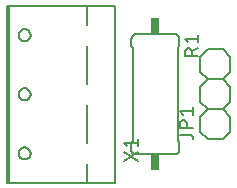
<source format=gbr>
G04 EAGLE Gerber RS-274X export*
G75*
%MOMM*%
%FSLAX34Y34*%
%LPD*%
%INSilkscreen Top*%
%IPPOS*%
%AMOC8*
5,1,8,0,0,1.08239X$1,22.5*%
G01*
%ADD10C,0.152400*%
%ADD11R,0.762000X1.397000*%
%ADD12C,0.127000*%


D10*
X250190Y139700D02*
X283210Y139700D01*
X283332Y139702D01*
X283454Y139708D01*
X283576Y139718D01*
X283697Y139731D01*
X283818Y139749D01*
X283938Y139770D01*
X284058Y139796D01*
X284176Y139825D01*
X284294Y139857D01*
X284411Y139894D01*
X284526Y139934D01*
X284640Y139978D01*
X284752Y140026D01*
X284863Y140077D01*
X284972Y140132D01*
X285080Y140190D01*
X285185Y140252D01*
X285288Y140317D01*
X285390Y140385D01*
X285489Y140457D01*
X285585Y140531D01*
X285680Y140609D01*
X285771Y140690D01*
X285861Y140773D01*
X285947Y140859D01*
X286030Y140949D01*
X286111Y141040D01*
X286189Y141135D01*
X286263Y141231D01*
X286335Y141330D01*
X286403Y141432D01*
X286468Y141535D01*
X286530Y141640D01*
X286588Y141748D01*
X286643Y141857D01*
X286694Y141968D01*
X286742Y142080D01*
X286786Y142194D01*
X286826Y142309D01*
X286863Y142426D01*
X286895Y142544D01*
X286924Y142662D01*
X286950Y142782D01*
X286971Y142902D01*
X286989Y143023D01*
X287002Y143144D01*
X287012Y143266D01*
X287018Y143388D01*
X287020Y143510D01*
X246380Y237490D02*
X246382Y237612D01*
X246388Y237734D01*
X246398Y237856D01*
X246411Y237977D01*
X246429Y238098D01*
X246450Y238218D01*
X246476Y238338D01*
X246505Y238456D01*
X246537Y238574D01*
X246574Y238691D01*
X246614Y238806D01*
X246658Y238920D01*
X246706Y239032D01*
X246757Y239143D01*
X246812Y239252D01*
X246870Y239360D01*
X246932Y239465D01*
X246997Y239568D01*
X247065Y239670D01*
X247137Y239769D01*
X247211Y239865D01*
X247289Y239960D01*
X247370Y240051D01*
X247453Y240141D01*
X247539Y240227D01*
X247629Y240310D01*
X247720Y240391D01*
X247815Y240469D01*
X247911Y240543D01*
X248010Y240615D01*
X248112Y240683D01*
X248215Y240748D01*
X248320Y240810D01*
X248428Y240868D01*
X248537Y240923D01*
X248648Y240974D01*
X248760Y241022D01*
X248874Y241066D01*
X248989Y241106D01*
X249106Y241143D01*
X249224Y241175D01*
X249342Y241204D01*
X249462Y241230D01*
X249582Y241251D01*
X249703Y241269D01*
X249824Y241282D01*
X249946Y241292D01*
X250068Y241298D01*
X250190Y241300D01*
X246380Y143510D02*
X246382Y143388D01*
X246388Y143266D01*
X246398Y143144D01*
X246411Y143023D01*
X246429Y142902D01*
X246450Y142782D01*
X246476Y142662D01*
X246505Y142544D01*
X246537Y142426D01*
X246574Y142309D01*
X246614Y142194D01*
X246658Y142080D01*
X246706Y141968D01*
X246757Y141857D01*
X246812Y141748D01*
X246870Y141640D01*
X246932Y141535D01*
X246997Y141432D01*
X247065Y141330D01*
X247137Y141231D01*
X247211Y141135D01*
X247289Y141040D01*
X247370Y140949D01*
X247453Y140859D01*
X247539Y140773D01*
X247629Y140690D01*
X247720Y140609D01*
X247815Y140531D01*
X247911Y140457D01*
X248010Y140385D01*
X248112Y140317D01*
X248215Y140252D01*
X248320Y140190D01*
X248428Y140132D01*
X248537Y140077D01*
X248648Y140026D01*
X248760Y139978D01*
X248874Y139934D01*
X248989Y139894D01*
X249106Y139857D01*
X249224Y139825D01*
X249342Y139796D01*
X249462Y139770D01*
X249582Y139749D01*
X249703Y139731D01*
X249824Y139718D01*
X249946Y139708D01*
X250068Y139702D01*
X250190Y139700D01*
X287020Y237490D02*
X287018Y237612D01*
X287012Y237734D01*
X287002Y237856D01*
X286989Y237977D01*
X286971Y238098D01*
X286950Y238218D01*
X286924Y238338D01*
X286895Y238456D01*
X286863Y238574D01*
X286826Y238691D01*
X286786Y238806D01*
X286742Y238920D01*
X286694Y239032D01*
X286643Y239143D01*
X286588Y239252D01*
X286530Y239360D01*
X286468Y239465D01*
X286403Y239568D01*
X286335Y239670D01*
X286263Y239769D01*
X286189Y239865D01*
X286111Y239960D01*
X286030Y240051D01*
X285947Y240141D01*
X285861Y240227D01*
X285771Y240310D01*
X285680Y240391D01*
X285585Y240469D01*
X285489Y240543D01*
X285390Y240615D01*
X285288Y240683D01*
X285185Y240748D01*
X285080Y240810D01*
X284972Y240868D01*
X284863Y240923D01*
X284752Y240974D01*
X284640Y241022D01*
X284526Y241066D01*
X284411Y241106D01*
X284294Y241143D01*
X284176Y241175D01*
X284058Y241204D01*
X283938Y241230D01*
X283818Y241251D01*
X283697Y241269D01*
X283576Y241282D01*
X283454Y241292D01*
X283332Y241298D01*
X283210Y241300D01*
X287020Y149860D02*
X287020Y143510D01*
X287020Y149860D02*
X285750Y151130D01*
X246380Y149860D02*
X246380Y143510D01*
X246380Y149860D02*
X247650Y151130D01*
X285750Y229870D02*
X287020Y231140D01*
X285750Y229870D02*
X285750Y151130D01*
X247650Y229870D02*
X246380Y231140D01*
X247650Y229870D02*
X247650Y151130D01*
X250190Y241300D02*
X283210Y241300D01*
X287020Y237490D02*
X287020Y231140D01*
X246380Y231140D02*
X246380Y237490D01*
D11*
X266700Y132715D03*
X266700Y248285D03*
D12*
X291465Y222968D02*
X302895Y222968D01*
X291465Y222968D02*
X291465Y226143D01*
X291467Y226254D01*
X291473Y226364D01*
X291482Y226475D01*
X291496Y226585D01*
X291513Y226694D01*
X291534Y226803D01*
X291559Y226911D01*
X291588Y227018D01*
X291620Y227124D01*
X291656Y227229D01*
X291696Y227332D01*
X291739Y227434D01*
X291786Y227535D01*
X291837Y227634D01*
X291890Y227731D01*
X291947Y227825D01*
X292008Y227918D01*
X292071Y228009D01*
X292138Y228098D01*
X292208Y228184D01*
X292281Y228267D01*
X292356Y228349D01*
X292434Y228427D01*
X292516Y228502D01*
X292599Y228575D01*
X292685Y228645D01*
X292774Y228712D01*
X292865Y228775D01*
X292958Y228836D01*
X293053Y228893D01*
X293149Y228946D01*
X293248Y228997D01*
X293349Y229044D01*
X293451Y229087D01*
X293554Y229127D01*
X293659Y229163D01*
X293765Y229195D01*
X293872Y229224D01*
X293980Y229249D01*
X294089Y229270D01*
X294198Y229287D01*
X294308Y229301D01*
X294419Y229310D01*
X294529Y229316D01*
X294640Y229318D01*
X294751Y229316D01*
X294861Y229310D01*
X294972Y229301D01*
X295082Y229287D01*
X295191Y229270D01*
X295300Y229249D01*
X295408Y229224D01*
X295515Y229195D01*
X295621Y229163D01*
X295726Y229127D01*
X295829Y229087D01*
X295931Y229044D01*
X296032Y228997D01*
X296131Y228946D01*
X296228Y228893D01*
X296322Y228836D01*
X296415Y228775D01*
X296506Y228712D01*
X296595Y228645D01*
X296681Y228575D01*
X296764Y228502D01*
X296846Y228427D01*
X296924Y228349D01*
X296999Y228267D01*
X297072Y228184D01*
X297142Y228098D01*
X297209Y228009D01*
X297272Y227918D01*
X297333Y227825D01*
X297390Y227731D01*
X297443Y227634D01*
X297494Y227535D01*
X297541Y227434D01*
X297584Y227332D01*
X297624Y227229D01*
X297660Y227124D01*
X297692Y227018D01*
X297721Y226911D01*
X297746Y226803D01*
X297767Y226694D01*
X297784Y226585D01*
X297798Y226475D01*
X297807Y226364D01*
X297813Y226254D01*
X297815Y226143D01*
X297815Y222968D01*
X297815Y226778D02*
X302895Y229318D01*
X294005Y234315D02*
X291465Y237490D01*
X302895Y237490D01*
X302895Y234315D02*
X302895Y240665D01*
D10*
X232610Y265470D02*
X232610Y115610D01*
X142690Y265470D02*
X140660Y265470D01*
X140660Y115610D01*
X208730Y115610D02*
X232610Y115610D01*
X208730Y115610D02*
X208730Y131610D01*
X208730Y149390D02*
X208730Y181650D01*
X208730Y199430D02*
X208730Y231690D01*
X208730Y249470D02*
X208730Y265470D01*
X208730Y115610D02*
X142690Y115610D01*
X208730Y265470D02*
X232610Y265470D01*
X142690Y265470D02*
X142690Y115610D01*
X142690Y265470D02*
X208730Y265470D01*
X142690Y115610D02*
X140660Y115610D01*
X150822Y140500D02*
X150824Y140642D01*
X150830Y140785D01*
X150840Y140927D01*
X150854Y141069D01*
X150872Y141210D01*
X150894Y141351D01*
X150920Y141491D01*
X150949Y141630D01*
X150983Y141769D01*
X151021Y141906D01*
X151062Y142043D01*
X151107Y142178D01*
X151156Y142312D01*
X151209Y142444D01*
X151265Y142575D01*
X151325Y142704D01*
X151389Y142832D01*
X151456Y142957D01*
X151527Y143081D01*
X151601Y143203D01*
X151678Y143322D01*
X151759Y143440D01*
X151843Y143555D01*
X151930Y143667D01*
X152021Y143777D01*
X152114Y143885D01*
X152211Y143990D01*
X152310Y144092D01*
X152412Y144191D01*
X152517Y144288D01*
X152625Y144381D01*
X152735Y144472D01*
X152847Y144559D01*
X152962Y144643D01*
X153080Y144724D01*
X153199Y144801D01*
X153321Y144875D01*
X153445Y144946D01*
X153570Y145013D01*
X153698Y145077D01*
X153827Y145137D01*
X153958Y145193D01*
X154090Y145246D01*
X154224Y145295D01*
X154359Y145340D01*
X154496Y145381D01*
X154633Y145419D01*
X154772Y145453D01*
X154911Y145482D01*
X155051Y145508D01*
X155192Y145530D01*
X155333Y145548D01*
X155475Y145562D01*
X155617Y145572D01*
X155760Y145578D01*
X155902Y145580D01*
X156044Y145578D01*
X156187Y145572D01*
X156329Y145562D01*
X156471Y145548D01*
X156612Y145530D01*
X156753Y145508D01*
X156893Y145482D01*
X157032Y145453D01*
X157171Y145419D01*
X157308Y145381D01*
X157445Y145340D01*
X157580Y145295D01*
X157714Y145246D01*
X157846Y145193D01*
X157977Y145137D01*
X158106Y145077D01*
X158234Y145013D01*
X158359Y144946D01*
X158483Y144875D01*
X158605Y144801D01*
X158724Y144724D01*
X158842Y144643D01*
X158957Y144559D01*
X159069Y144472D01*
X159179Y144381D01*
X159287Y144288D01*
X159392Y144191D01*
X159494Y144092D01*
X159593Y143990D01*
X159690Y143885D01*
X159783Y143777D01*
X159874Y143667D01*
X159961Y143555D01*
X160045Y143440D01*
X160126Y143322D01*
X160203Y143203D01*
X160277Y143081D01*
X160348Y142957D01*
X160415Y142832D01*
X160479Y142704D01*
X160539Y142575D01*
X160595Y142444D01*
X160648Y142312D01*
X160697Y142178D01*
X160742Y142043D01*
X160783Y141906D01*
X160821Y141769D01*
X160855Y141630D01*
X160884Y141491D01*
X160910Y141351D01*
X160932Y141210D01*
X160950Y141069D01*
X160964Y140927D01*
X160974Y140785D01*
X160980Y140642D01*
X160982Y140500D01*
X160980Y140358D01*
X160974Y140215D01*
X160964Y140073D01*
X160950Y139931D01*
X160932Y139790D01*
X160910Y139649D01*
X160884Y139509D01*
X160855Y139370D01*
X160821Y139231D01*
X160783Y139094D01*
X160742Y138957D01*
X160697Y138822D01*
X160648Y138688D01*
X160595Y138556D01*
X160539Y138425D01*
X160479Y138296D01*
X160415Y138168D01*
X160348Y138043D01*
X160277Y137919D01*
X160203Y137797D01*
X160126Y137678D01*
X160045Y137560D01*
X159961Y137445D01*
X159874Y137333D01*
X159783Y137223D01*
X159690Y137115D01*
X159593Y137010D01*
X159494Y136908D01*
X159392Y136809D01*
X159287Y136712D01*
X159179Y136619D01*
X159069Y136528D01*
X158957Y136441D01*
X158842Y136357D01*
X158724Y136276D01*
X158605Y136199D01*
X158483Y136125D01*
X158359Y136054D01*
X158234Y135987D01*
X158106Y135923D01*
X157977Y135863D01*
X157846Y135807D01*
X157714Y135754D01*
X157580Y135705D01*
X157445Y135660D01*
X157308Y135619D01*
X157171Y135581D01*
X157032Y135547D01*
X156893Y135518D01*
X156753Y135492D01*
X156612Y135470D01*
X156471Y135452D01*
X156329Y135438D01*
X156187Y135428D01*
X156044Y135422D01*
X155902Y135420D01*
X155760Y135422D01*
X155617Y135428D01*
X155475Y135438D01*
X155333Y135452D01*
X155192Y135470D01*
X155051Y135492D01*
X154911Y135518D01*
X154772Y135547D01*
X154633Y135581D01*
X154496Y135619D01*
X154359Y135660D01*
X154224Y135705D01*
X154090Y135754D01*
X153958Y135807D01*
X153827Y135863D01*
X153698Y135923D01*
X153570Y135987D01*
X153445Y136054D01*
X153321Y136125D01*
X153199Y136199D01*
X153080Y136276D01*
X152962Y136357D01*
X152847Y136441D01*
X152735Y136528D01*
X152625Y136619D01*
X152517Y136712D01*
X152412Y136809D01*
X152310Y136908D01*
X152211Y137010D01*
X152114Y137115D01*
X152021Y137223D01*
X151930Y137333D01*
X151843Y137445D01*
X151759Y137560D01*
X151678Y137678D01*
X151601Y137797D01*
X151527Y137919D01*
X151456Y138043D01*
X151389Y138168D01*
X151325Y138296D01*
X151265Y138425D01*
X151209Y138556D01*
X151156Y138688D01*
X151107Y138822D01*
X151062Y138957D01*
X151021Y139094D01*
X150983Y139231D01*
X150949Y139370D01*
X150920Y139509D01*
X150894Y139649D01*
X150872Y139790D01*
X150854Y139931D01*
X150840Y140073D01*
X150830Y140215D01*
X150824Y140358D01*
X150822Y140500D01*
X150822Y240576D02*
X150824Y240718D01*
X150830Y240861D01*
X150840Y241003D01*
X150854Y241145D01*
X150872Y241286D01*
X150894Y241427D01*
X150920Y241567D01*
X150949Y241706D01*
X150983Y241845D01*
X151021Y241982D01*
X151062Y242119D01*
X151107Y242254D01*
X151156Y242388D01*
X151209Y242520D01*
X151265Y242651D01*
X151325Y242780D01*
X151389Y242908D01*
X151456Y243033D01*
X151527Y243157D01*
X151601Y243279D01*
X151678Y243398D01*
X151759Y243516D01*
X151843Y243631D01*
X151930Y243743D01*
X152021Y243853D01*
X152114Y243961D01*
X152211Y244066D01*
X152310Y244168D01*
X152412Y244267D01*
X152517Y244364D01*
X152625Y244457D01*
X152735Y244548D01*
X152847Y244635D01*
X152962Y244719D01*
X153080Y244800D01*
X153199Y244877D01*
X153321Y244951D01*
X153445Y245022D01*
X153570Y245089D01*
X153698Y245153D01*
X153827Y245213D01*
X153958Y245269D01*
X154090Y245322D01*
X154224Y245371D01*
X154359Y245416D01*
X154496Y245457D01*
X154633Y245495D01*
X154772Y245529D01*
X154911Y245558D01*
X155051Y245584D01*
X155192Y245606D01*
X155333Y245624D01*
X155475Y245638D01*
X155617Y245648D01*
X155760Y245654D01*
X155902Y245656D01*
X156044Y245654D01*
X156187Y245648D01*
X156329Y245638D01*
X156471Y245624D01*
X156612Y245606D01*
X156753Y245584D01*
X156893Y245558D01*
X157032Y245529D01*
X157171Y245495D01*
X157308Y245457D01*
X157445Y245416D01*
X157580Y245371D01*
X157714Y245322D01*
X157846Y245269D01*
X157977Y245213D01*
X158106Y245153D01*
X158234Y245089D01*
X158359Y245022D01*
X158483Y244951D01*
X158605Y244877D01*
X158724Y244800D01*
X158842Y244719D01*
X158957Y244635D01*
X159069Y244548D01*
X159179Y244457D01*
X159287Y244364D01*
X159392Y244267D01*
X159494Y244168D01*
X159593Y244066D01*
X159690Y243961D01*
X159783Y243853D01*
X159874Y243743D01*
X159961Y243631D01*
X160045Y243516D01*
X160126Y243398D01*
X160203Y243279D01*
X160277Y243157D01*
X160348Y243033D01*
X160415Y242908D01*
X160479Y242780D01*
X160539Y242651D01*
X160595Y242520D01*
X160648Y242388D01*
X160697Y242254D01*
X160742Y242119D01*
X160783Y241982D01*
X160821Y241845D01*
X160855Y241706D01*
X160884Y241567D01*
X160910Y241427D01*
X160932Y241286D01*
X160950Y241145D01*
X160964Y241003D01*
X160974Y240861D01*
X160980Y240718D01*
X160982Y240576D01*
X160980Y240434D01*
X160974Y240291D01*
X160964Y240149D01*
X160950Y240007D01*
X160932Y239866D01*
X160910Y239725D01*
X160884Y239585D01*
X160855Y239446D01*
X160821Y239307D01*
X160783Y239170D01*
X160742Y239033D01*
X160697Y238898D01*
X160648Y238764D01*
X160595Y238632D01*
X160539Y238501D01*
X160479Y238372D01*
X160415Y238244D01*
X160348Y238119D01*
X160277Y237995D01*
X160203Y237873D01*
X160126Y237754D01*
X160045Y237636D01*
X159961Y237521D01*
X159874Y237409D01*
X159783Y237299D01*
X159690Y237191D01*
X159593Y237086D01*
X159494Y236984D01*
X159392Y236885D01*
X159287Y236788D01*
X159179Y236695D01*
X159069Y236604D01*
X158957Y236517D01*
X158842Y236433D01*
X158724Y236352D01*
X158605Y236275D01*
X158483Y236201D01*
X158359Y236130D01*
X158234Y236063D01*
X158106Y235999D01*
X157977Y235939D01*
X157846Y235883D01*
X157714Y235830D01*
X157580Y235781D01*
X157445Y235736D01*
X157308Y235695D01*
X157171Y235657D01*
X157032Y235623D01*
X156893Y235594D01*
X156753Y235568D01*
X156612Y235546D01*
X156471Y235528D01*
X156329Y235514D01*
X156187Y235504D01*
X156044Y235498D01*
X155902Y235496D01*
X155760Y235498D01*
X155617Y235504D01*
X155475Y235514D01*
X155333Y235528D01*
X155192Y235546D01*
X155051Y235568D01*
X154911Y235594D01*
X154772Y235623D01*
X154633Y235657D01*
X154496Y235695D01*
X154359Y235736D01*
X154224Y235781D01*
X154090Y235830D01*
X153958Y235883D01*
X153827Y235939D01*
X153698Y235999D01*
X153570Y236063D01*
X153445Y236130D01*
X153321Y236201D01*
X153199Y236275D01*
X153080Y236352D01*
X152962Y236433D01*
X152847Y236517D01*
X152735Y236604D01*
X152625Y236695D01*
X152517Y236788D01*
X152412Y236885D01*
X152310Y236984D01*
X152211Y237086D01*
X152114Y237191D01*
X152021Y237299D01*
X151930Y237409D01*
X151843Y237521D01*
X151759Y237636D01*
X151678Y237754D01*
X151601Y237873D01*
X151527Y237995D01*
X151456Y238119D01*
X151389Y238244D01*
X151325Y238372D01*
X151265Y238501D01*
X151209Y238632D01*
X151156Y238764D01*
X151107Y238898D01*
X151062Y239033D01*
X151021Y239170D01*
X150983Y239307D01*
X150949Y239446D01*
X150920Y239585D01*
X150894Y239725D01*
X150872Y239866D01*
X150854Y240007D01*
X150840Y240149D01*
X150830Y240291D01*
X150824Y240434D01*
X150822Y240576D01*
X150822Y190538D02*
X150824Y190680D01*
X150830Y190823D01*
X150840Y190965D01*
X150854Y191107D01*
X150872Y191248D01*
X150894Y191389D01*
X150920Y191529D01*
X150949Y191668D01*
X150983Y191807D01*
X151021Y191944D01*
X151062Y192081D01*
X151107Y192216D01*
X151156Y192350D01*
X151209Y192482D01*
X151265Y192613D01*
X151325Y192742D01*
X151389Y192870D01*
X151456Y192995D01*
X151527Y193119D01*
X151601Y193241D01*
X151678Y193360D01*
X151759Y193478D01*
X151843Y193593D01*
X151930Y193705D01*
X152021Y193815D01*
X152114Y193923D01*
X152211Y194028D01*
X152310Y194130D01*
X152412Y194229D01*
X152517Y194326D01*
X152625Y194419D01*
X152735Y194510D01*
X152847Y194597D01*
X152962Y194681D01*
X153080Y194762D01*
X153199Y194839D01*
X153321Y194913D01*
X153445Y194984D01*
X153570Y195051D01*
X153698Y195115D01*
X153827Y195175D01*
X153958Y195231D01*
X154090Y195284D01*
X154224Y195333D01*
X154359Y195378D01*
X154496Y195419D01*
X154633Y195457D01*
X154772Y195491D01*
X154911Y195520D01*
X155051Y195546D01*
X155192Y195568D01*
X155333Y195586D01*
X155475Y195600D01*
X155617Y195610D01*
X155760Y195616D01*
X155902Y195618D01*
X156044Y195616D01*
X156187Y195610D01*
X156329Y195600D01*
X156471Y195586D01*
X156612Y195568D01*
X156753Y195546D01*
X156893Y195520D01*
X157032Y195491D01*
X157171Y195457D01*
X157308Y195419D01*
X157445Y195378D01*
X157580Y195333D01*
X157714Y195284D01*
X157846Y195231D01*
X157977Y195175D01*
X158106Y195115D01*
X158234Y195051D01*
X158359Y194984D01*
X158483Y194913D01*
X158605Y194839D01*
X158724Y194762D01*
X158842Y194681D01*
X158957Y194597D01*
X159069Y194510D01*
X159179Y194419D01*
X159287Y194326D01*
X159392Y194229D01*
X159494Y194130D01*
X159593Y194028D01*
X159690Y193923D01*
X159783Y193815D01*
X159874Y193705D01*
X159961Y193593D01*
X160045Y193478D01*
X160126Y193360D01*
X160203Y193241D01*
X160277Y193119D01*
X160348Y192995D01*
X160415Y192870D01*
X160479Y192742D01*
X160539Y192613D01*
X160595Y192482D01*
X160648Y192350D01*
X160697Y192216D01*
X160742Y192081D01*
X160783Y191944D01*
X160821Y191807D01*
X160855Y191668D01*
X160884Y191529D01*
X160910Y191389D01*
X160932Y191248D01*
X160950Y191107D01*
X160964Y190965D01*
X160974Y190823D01*
X160980Y190680D01*
X160982Y190538D01*
X160980Y190396D01*
X160974Y190253D01*
X160964Y190111D01*
X160950Y189969D01*
X160932Y189828D01*
X160910Y189687D01*
X160884Y189547D01*
X160855Y189408D01*
X160821Y189269D01*
X160783Y189132D01*
X160742Y188995D01*
X160697Y188860D01*
X160648Y188726D01*
X160595Y188594D01*
X160539Y188463D01*
X160479Y188334D01*
X160415Y188206D01*
X160348Y188081D01*
X160277Y187957D01*
X160203Y187835D01*
X160126Y187716D01*
X160045Y187598D01*
X159961Y187483D01*
X159874Y187371D01*
X159783Y187261D01*
X159690Y187153D01*
X159593Y187048D01*
X159494Y186946D01*
X159392Y186847D01*
X159287Y186750D01*
X159179Y186657D01*
X159069Y186566D01*
X158957Y186479D01*
X158842Y186395D01*
X158724Y186314D01*
X158605Y186237D01*
X158483Y186163D01*
X158359Y186092D01*
X158234Y186025D01*
X158106Y185961D01*
X157977Y185901D01*
X157846Y185845D01*
X157714Y185792D01*
X157580Y185743D01*
X157445Y185698D01*
X157308Y185657D01*
X157171Y185619D01*
X157032Y185585D01*
X156893Y185556D01*
X156753Y185530D01*
X156612Y185508D01*
X156471Y185490D01*
X156329Y185476D01*
X156187Y185466D01*
X156044Y185460D01*
X155902Y185458D01*
X155760Y185460D01*
X155617Y185466D01*
X155475Y185476D01*
X155333Y185490D01*
X155192Y185508D01*
X155051Y185530D01*
X154911Y185556D01*
X154772Y185585D01*
X154633Y185619D01*
X154496Y185657D01*
X154359Y185698D01*
X154224Y185743D01*
X154090Y185792D01*
X153958Y185845D01*
X153827Y185901D01*
X153698Y185961D01*
X153570Y186025D01*
X153445Y186092D01*
X153321Y186163D01*
X153199Y186237D01*
X153080Y186314D01*
X152962Y186395D01*
X152847Y186479D01*
X152735Y186566D01*
X152625Y186657D01*
X152517Y186750D01*
X152412Y186847D01*
X152310Y186946D01*
X152211Y187048D01*
X152114Y187153D01*
X152021Y187261D01*
X151930Y187371D01*
X151843Y187483D01*
X151759Y187598D01*
X151678Y187716D01*
X151601Y187835D01*
X151527Y187957D01*
X151456Y188081D01*
X151389Y188206D01*
X151325Y188334D01*
X151265Y188463D01*
X151209Y188594D01*
X151156Y188726D01*
X151107Y188860D01*
X151062Y188995D01*
X151021Y189132D01*
X150983Y189269D01*
X150949Y189408D01*
X150920Y189547D01*
X150894Y189687D01*
X150872Y189828D01*
X150854Y189969D01*
X150840Y190111D01*
X150830Y190253D01*
X150824Y190396D01*
X150822Y190538D01*
D12*
X240357Y141897D02*
X251787Y134277D01*
X251787Y141897D02*
X240357Y134277D01*
X242897Y146342D02*
X240357Y149517D01*
X251787Y149517D01*
X251787Y146342D02*
X251787Y152692D01*
D10*
X304800Y158750D02*
X304800Y171450D01*
X311150Y177800D01*
X323850Y177800D01*
X330200Y171450D01*
X311150Y177800D02*
X304800Y184150D01*
X304800Y196850D01*
X311150Y203200D01*
X323850Y203200D01*
X330200Y196850D01*
X330200Y184150D01*
X323850Y177800D01*
X323850Y152400D02*
X311150Y152400D01*
X304800Y158750D01*
X323850Y152400D02*
X330200Y158750D01*
X330200Y171450D01*
X311150Y203200D02*
X304800Y209550D01*
X304800Y222250D01*
X311150Y228600D01*
X323850Y228600D01*
X330200Y222250D01*
X330200Y209550D01*
X323850Y203200D01*
D12*
X296037Y156083D02*
X287147Y156083D01*
X296037Y156083D02*
X296137Y156081D01*
X296236Y156075D01*
X296336Y156065D01*
X296434Y156052D01*
X296533Y156034D01*
X296630Y156013D01*
X296726Y155988D01*
X296822Y155959D01*
X296916Y155926D01*
X297009Y155890D01*
X297100Y155850D01*
X297190Y155806D01*
X297278Y155759D01*
X297364Y155709D01*
X297448Y155655D01*
X297530Y155598D01*
X297609Y155538D01*
X297687Y155474D01*
X297761Y155408D01*
X297833Y155339D01*
X297902Y155267D01*
X297968Y155193D01*
X298032Y155115D01*
X298092Y155036D01*
X298149Y154954D01*
X298203Y154870D01*
X298253Y154784D01*
X298300Y154696D01*
X298344Y154606D01*
X298384Y154515D01*
X298420Y154422D01*
X298453Y154328D01*
X298482Y154232D01*
X298507Y154136D01*
X298528Y154039D01*
X298546Y153940D01*
X298559Y153842D01*
X298569Y153742D01*
X298575Y153643D01*
X298577Y153543D01*
X298577Y152273D01*
X298577Y162063D02*
X287147Y162063D01*
X287147Y165238D01*
X287149Y165349D01*
X287155Y165459D01*
X287164Y165570D01*
X287178Y165680D01*
X287195Y165789D01*
X287216Y165898D01*
X287241Y166006D01*
X287270Y166113D01*
X287302Y166219D01*
X287338Y166324D01*
X287378Y166427D01*
X287421Y166529D01*
X287468Y166630D01*
X287519Y166729D01*
X287572Y166826D01*
X287629Y166920D01*
X287690Y167013D01*
X287753Y167104D01*
X287820Y167193D01*
X287890Y167279D01*
X287963Y167362D01*
X288038Y167444D01*
X288116Y167522D01*
X288198Y167597D01*
X288281Y167670D01*
X288367Y167740D01*
X288456Y167807D01*
X288547Y167870D01*
X288640Y167931D01*
X288735Y167988D01*
X288831Y168041D01*
X288930Y168092D01*
X289031Y168139D01*
X289133Y168182D01*
X289236Y168222D01*
X289341Y168258D01*
X289447Y168290D01*
X289554Y168319D01*
X289662Y168344D01*
X289771Y168365D01*
X289880Y168382D01*
X289990Y168396D01*
X290101Y168405D01*
X290211Y168411D01*
X290322Y168413D01*
X290433Y168411D01*
X290543Y168405D01*
X290654Y168396D01*
X290764Y168382D01*
X290873Y168365D01*
X290982Y168344D01*
X291090Y168319D01*
X291197Y168290D01*
X291303Y168258D01*
X291408Y168222D01*
X291511Y168182D01*
X291613Y168139D01*
X291714Y168092D01*
X291813Y168041D01*
X291910Y167988D01*
X292004Y167931D01*
X292097Y167870D01*
X292188Y167807D01*
X292277Y167740D01*
X292363Y167670D01*
X292446Y167597D01*
X292528Y167522D01*
X292606Y167444D01*
X292681Y167362D01*
X292754Y167279D01*
X292824Y167193D01*
X292891Y167104D01*
X292954Y167013D01*
X293015Y166920D01*
X293072Y166826D01*
X293125Y166729D01*
X293176Y166630D01*
X293223Y166529D01*
X293266Y166427D01*
X293306Y166324D01*
X293342Y166219D01*
X293374Y166113D01*
X293403Y166006D01*
X293428Y165898D01*
X293449Y165789D01*
X293466Y165680D01*
X293480Y165570D01*
X293489Y165459D01*
X293495Y165349D01*
X293497Y165238D01*
X293497Y162063D01*
X289687Y172922D02*
X287147Y176097D01*
X298577Y176097D01*
X298577Y172922D02*
X298577Y179272D01*
M02*

</source>
